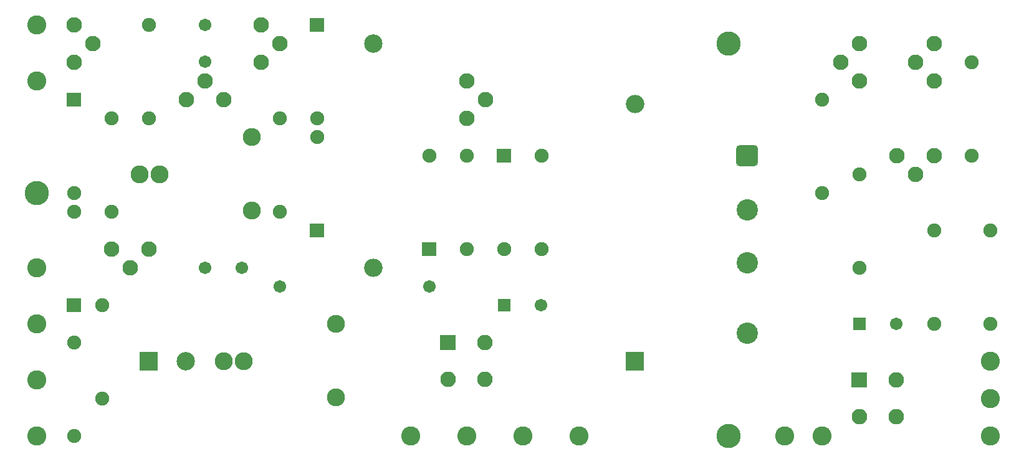
<source format=gbr>
G04 #@! TF.GenerationSoftware,KiCad,Pcbnew,5.1.7-a382d34a8~87~ubuntu20.04.1*
G04 #@! TF.CreationDate,2020-11-19T22:53:55+01:00*
G04 #@! TF.ProjectId,HTL Netzger_t,48544c20-4e65-4747-9a67-6572e4742e6b,V2.1*
G04 #@! TF.SameCoordinates,PX4b045ecPY8378e28*
G04 #@! TF.FileFunction,Soldermask,Top*
G04 #@! TF.FilePolarity,Negative*
%FSLAX46Y46*%
G04 Gerber Fmt 4.6, Leading zero omitted, Abs format (unit mm)*
G04 Created by KiCad (PCBNEW 5.1.7-a382d34a8~87~ubuntu20.04.1) date 2020-11-19 22:53:55*
%MOMM*%
%LPD*%
G01*
G04 APERTURE LIST*
%ADD10C,1.902000*%
%ADD11C,2.442000*%
%ADD12C,2.502000*%
%ADD13C,1.702000*%
%ADD14C,2.902000*%
%ADD15C,2.102000*%
%ADD16C,2.602000*%
%ADD17O,2.502000X2.502000*%
%ADD18C,3.302000*%
%ADD19O,2.102000X2.102000*%
%ADD20O,1.902000X1.902000*%
%ADD21C,0.200000*%
G04 APERTURE END LIST*
D10*
X134618900Y20318600D03*
X134618900Y33018600D03*
X132078900Y55878600D03*
X132078900Y43178600D03*
X126998900Y20318600D03*
X126998900Y33018600D03*
X111758900Y50798600D03*
X111758900Y38098600D03*
X116838900Y27940000D03*
X116838900Y40640000D03*
X73658900Y43178600D03*
X73658900Y30478600D03*
X63498900Y30478600D03*
X63498900Y43178600D03*
X38098900Y35558600D03*
X38098900Y48258600D03*
X20318900Y48258600D03*
X20318900Y60958600D03*
X15238900Y35558600D03*
X15238900Y48258600D03*
X13968900Y10158600D03*
X13968900Y22858600D03*
X10158900Y5078600D03*
X10158900Y17778600D03*
D11*
X34290000Y45720000D03*
X21790000Y40640000D03*
X34290000Y35720000D03*
X19050000Y40640000D03*
X45718900Y20318600D03*
X33218900Y15238600D03*
X45718900Y10318600D03*
X30478900Y15238600D03*
D12*
X25318900Y15238600D03*
G36*
G01*
X19067900Y14038600D02*
X19067900Y16438600D01*
G75*
G02*
X19118900Y16489600I51000J0D01*
G01*
X21518900Y16489600D01*
G75*
G02*
X21569900Y16438600I0J-51000D01*
G01*
X21569900Y14038600D01*
G75*
G02*
X21518900Y13987600I-51000J0D01*
G01*
X19118900Y13987600D01*
G75*
G02*
X19067900Y14038600I0J51000D01*
G01*
G37*
D13*
X73578900Y22858600D03*
G36*
G01*
X67727900Y22058600D02*
X67727900Y23658600D01*
G75*
G02*
X67778900Y23709600I51000J0D01*
G01*
X69378900Y23709600D01*
G75*
G02*
X69429900Y23658600I0J-51000D01*
G01*
X69429900Y22058600D01*
G75*
G02*
X69378900Y22007600I-51000J0D01*
G01*
X67778900Y22007600D01*
G75*
G02*
X67727900Y22058600I0J51000D01*
G01*
G37*
D14*
X101598900Y19078600D03*
X101598900Y28578600D03*
X101598900Y35778600D03*
G36*
G01*
X100667358Y44629600D02*
X102530442Y44629600D01*
G75*
G02*
X103049900Y44110142I0J-519458D01*
G01*
X103049900Y42247058D01*
G75*
G02*
X102530442Y41727600I-519458J0D01*
G01*
X100667358Y41727600D01*
G75*
G02*
X100147900Y42247058I0J519458D01*
G01*
X100147900Y44110142D01*
G75*
G02*
X100667358Y44629600I519458J0D01*
G01*
G37*
D13*
X58418900Y25398600D03*
X38098900Y25398600D03*
D15*
X25398900Y50798600D03*
X30478900Y50798600D03*
X27938900Y53338600D03*
D16*
X5078900Y5078600D03*
X5078900Y12698600D03*
X5078900Y20318600D03*
X5078900Y27938600D03*
X134618900Y5078600D03*
X134618900Y10158600D03*
X134618900Y15238600D03*
X5078900Y60958600D03*
X5078900Y53338600D03*
X55878900Y5078600D03*
X63498900Y5078600D03*
X71118900Y5078600D03*
X78738900Y5078600D03*
X106678900Y5078600D03*
X111758900Y5078600D03*
D15*
X126998900Y43178600D03*
X121918900Y43178600D03*
X124458900Y40638600D03*
X126998900Y53338600D03*
X126998900Y58418600D03*
X124458900Y55878600D03*
X116838900Y53338600D03*
X116838900Y58418600D03*
X114298900Y55878600D03*
X63498900Y53338600D03*
X63498900Y48258600D03*
X66038900Y50798600D03*
X35558900Y60958600D03*
X35558900Y55878600D03*
X38098900Y58418600D03*
X10158900Y60958600D03*
X10158900Y55878600D03*
X12698900Y58418600D03*
X20318900Y30478600D03*
X15238900Y30478600D03*
X17778900Y27938600D03*
D17*
X50798900Y27938600D03*
D12*
X50798900Y58418600D03*
D18*
X99058900Y5078600D03*
X99058900Y58418600D03*
X5078900Y38098600D03*
G36*
G01*
X59907900Y16780000D02*
X59907900Y18780000D01*
G75*
G02*
X59958900Y18831000I51000J0D01*
G01*
X61958900Y18831000D01*
G75*
G02*
X62009900Y18780000I0J-51000D01*
G01*
X62009900Y16780000D01*
G75*
G02*
X61958900Y16729000I-51000J0D01*
G01*
X59958900Y16729000D01*
G75*
G02*
X59907900Y16780000I0J51000D01*
G01*
G37*
D19*
X65958900Y12780000D03*
X60958900Y12780000D03*
X65958900Y17780000D03*
G36*
G01*
X115787900Y11698600D02*
X115787900Y13698600D01*
G75*
G02*
X115838900Y13749600I51000J0D01*
G01*
X117838900Y13749600D01*
G75*
G02*
X117889900Y13698600I0J-51000D01*
G01*
X117889900Y11698600D01*
G75*
G02*
X117838900Y11647600I-51000J0D01*
G01*
X115838900Y11647600D01*
G75*
G02*
X115787900Y11698600I0J51000D01*
G01*
G37*
X121838900Y7698600D03*
X116838900Y7698600D03*
X121838900Y12698600D03*
D20*
X43178900Y45718600D03*
G36*
G01*
X44078900Y32067600D02*
X42278900Y32067600D01*
G75*
G02*
X42227900Y32118600I0J51000D01*
G01*
X42227900Y33918600D01*
G75*
G02*
X42278900Y33969600I51000J0D01*
G01*
X44078900Y33969600D01*
G75*
G02*
X44129900Y33918600I0J-51000D01*
G01*
X44129900Y32118600D01*
G75*
G02*
X44078900Y32067600I-51000J0D01*
G01*
G37*
X43178900Y48258600D03*
G36*
G01*
X42278900Y61909600D02*
X44078900Y61909600D01*
G75*
G02*
X44129900Y61858600I0J-51000D01*
G01*
X44129900Y60058600D01*
G75*
G02*
X44078900Y60007600I-51000J0D01*
G01*
X42278900Y60007600D01*
G75*
G02*
X42227900Y60058600I0J51000D01*
G01*
X42227900Y61858600D01*
G75*
G02*
X42278900Y61909600I51000J0D01*
G01*
G37*
X10158900Y38098600D03*
G36*
G01*
X9258900Y51749600D02*
X11058900Y51749600D01*
G75*
G02*
X11109900Y51698600I0J-51000D01*
G01*
X11109900Y49898600D01*
G75*
G02*
X11058900Y49847600I-51000J0D01*
G01*
X9258900Y49847600D01*
G75*
G02*
X9207900Y49898600I0J51000D01*
G01*
X9207900Y51698600D01*
G75*
G02*
X9258900Y51749600I51000J0D01*
G01*
G37*
X10158900Y35558600D03*
G36*
G01*
X11058900Y21907600D02*
X9258900Y21907600D01*
G75*
G02*
X9207900Y21958600I0J51000D01*
G01*
X9207900Y23758600D01*
G75*
G02*
X9258900Y23809600I51000J0D01*
G01*
X11058900Y23809600D01*
G75*
G02*
X11109900Y23758600I0J-51000D01*
G01*
X11109900Y21958600D01*
G75*
G02*
X11058900Y21907600I-51000J0D01*
G01*
G37*
X68578900Y30478600D03*
G36*
G01*
X67678900Y44129600D02*
X69478900Y44129600D01*
G75*
G02*
X69529900Y44078600I0J-51000D01*
G01*
X69529900Y42278600D01*
G75*
G02*
X69478900Y42227600I-51000J0D01*
G01*
X67678900Y42227600D01*
G75*
G02*
X67627900Y42278600I0J51000D01*
G01*
X67627900Y44078600D01*
G75*
G02*
X67678900Y44129600I51000J0D01*
G01*
G37*
X58418900Y43178600D03*
G36*
G01*
X59318900Y29527600D02*
X57518900Y29527600D01*
G75*
G02*
X57467900Y29578600I0J51000D01*
G01*
X57467900Y31378600D01*
G75*
G02*
X57518900Y31429600I51000J0D01*
G01*
X59318900Y31429600D01*
G75*
G02*
X59369900Y31378600I0J-51000D01*
G01*
X59369900Y29578600D01*
G75*
G02*
X59318900Y29527600I-51000J0D01*
G01*
G37*
D13*
X121838900Y20318600D03*
G36*
G01*
X115987900Y19518600D02*
X115987900Y21118600D01*
G75*
G02*
X116038900Y21169600I51000J0D01*
G01*
X117638900Y21169600D01*
G75*
G02*
X117689900Y21118600I0J-51000D01*
G01*
X117689900Y19518600D01*
G75*
G02*
X117638900Y19467600I-51000J0D01*
G01*
X116038900Y19467600D01*
G75*
G02*
X115987900Y19518600I0J51000D01*
G01*
G37*
D17*
X86358900Y50238600D03*
G36*
G01*
X87558900Y13987600D02*
X85158900Y13987600D01*
G75*
G02*
X85107900Y14038600I0J51000D01*
G01*
X85107900Y16438600D01*
G75*
G02*
X85158900Y16489600I51000J0D01*
G01*
X87558900Y16489600D01*
G75*
G02*
X87609900Y16438600I0J-51000D01*
G01*
X87609900Y14038600D01*
G75*
G02*
X87558900Y13987600I-51000J0D01*
G01*
G37*
D13*
X27938900Y55958600D03*
X27938900Y60958600D03*
X32938900Y27938600D03*
X27938900Y27938600D03*
D21*
G36*
X103051065Y42248684D02*
G01*
X103051900Y42247058D01*
X103051900Y42172948D01*
X103051890Y42172752D01*
X103042858Y42081047D01*
X103042782Y42080662D01*
X103017821Y41998378D01*
X103017671Y41998016D01*
X102977142Y41922191D01*
X102976924Y41921865D01*
X102922378Y41855399D01*
X102922101Y41855122D01*
X102855635Y41800576D01*
X102855309Y41800358D01*
X102779484Y41759829D01*
X102779122Y41759679D01*
X102696838Y41734718D01*
X102696453Y41734642D01*
X102604748Y41725610D01*
X102604552Y41725600D01*
X102530442Y41725600D01*
X102528710Y41726600D01*
X102528710Y41728600D01*
X102530246Y41729590D01*
X102631388Y41739551D01*
X102728461Y41768998D01*
X102817921Y41816815D01*
X102896333Y41881167D01*
X102960685Y41959579D01*
X103008502Y42049039D01*
X103037949Y42146112D01*
X103047910Y42247254D01*
X103049075Y42248880D01*
X103051065Y42248684D01*
G37*
G36*
X100149890Y42247254D02*
G01*
X100159851Y42146112D01*
X100189298Y42049039D01*
X100237115Y41959579D01*
X100301467Y41881167D01*
X100379879Y41816815D01*
X100469339Y41768998D01*
X100566412Y41739551D01*
X100667554Y41729590D01*
X100669180Y41728425D01*
X100668984Y41726435D01*
X100667358Y41725600D01*
X100593248Y41725600D01*
X100593052Y41725610D01*
X100501347Y41734642D01*
X100500962Y41734718D01*
X100418678Y41759679D01*
X100418316Y41759829D01*
X100342491Y41800358D01*
X100342165Y41800576D01*
X100275699Y41855122D01*
X100275422Y41855399D01*
X100220876Y41921865D01*
X100220658Y41922191D01*
X100180129Y41998016D01*
X100179979Y41998378D01*
X100155018Y42080662D01*
X100154942Y42081047D01*
X100145910Y42172752D01*
X100145900Y42172948D01*
X100145900Y42247058D01*
X100146900Y42248790D01*
X100148900Y42248790D01*
X100149890Y42247254D01*
G37*
G36*
X100669090Y44630600D02*
G01*
X100669090Y44628600D01*
X100667554Y44627610D01*
X100566412Y44617649D01*
X100469339Y44588202D01*
X100379879Y44540385D01*
X100301467Y44476033D01*
X100237115Y44397621D01*
X100189298Y44308161D01*
X100159851Y44211088D01*
X100149890Y44109946D01*
X100148725Y44108320D01*
X100146735Y44108516D01*
X100145900Y44110142D01*
X100145900Y44184252D01*
X100145910Y44184448D01*
X100154942Y44276153D01*
X100155018Y44276538D01*
X100179979Y44358822D01*
X100180129Y44359184D01*
X100220658Y44435009D01*
X100220876Y44435335D01*
X100275422Y44501801D01*
X100275699Y44502078D01*
X100342165Y44556624D01*
X100342491Y44556842D01*
X100418316Y44597371D01*
X100418678Y44597521D01*
X100500962Y44622482D01*
X100501347Y44622558D01*
X100593052Y44631590D01*
X100593248Y44631600D01*
X100667358Y44631600D01*
X100669090Y44630600D01*
G37*
G36*
X102604748Y44631590D02*
G01*
X102696453Y44622558D01*
X102696838Y44622482D01*
X102779122Y44597521D01*
X102779484Y44597371D01*
X102855309Y44556842D01*
X102855635Y44556624D01*
X102922101Y44502078D01*
X102922378Y44501801D01*
X102976924Y44435335D01*
X102977142Y44435009D01*
X103017671Y44359184D01*
X103017821Y44358822D01*
X103042782Y44276538D01*
X103042858Y44276153D01*
X103051890Y44184448D01*
X103051900Y44184252D01*
X103051900Y44110142D01*
X103050900Y44108410D01*
X103048900Y44108410D01*
X103047910Y44109946D01*
X103037949Y44211088D01*
X103008502Y44308161D01*
X102960685Y44397621D01*
X102896333Y44476033D01*
X102817921Y44540385D01*
X102728461Y44588202D01*
X102631388Y44617649D01*
X102530246Y44627610D01*
X102528620Y44628775D01*
X102528816Y44630765D01*
X102530442Y44631600D01*
X102604552Y44631600D01*
X102604748Y44631590D01*
G37*
M02*

</source>
